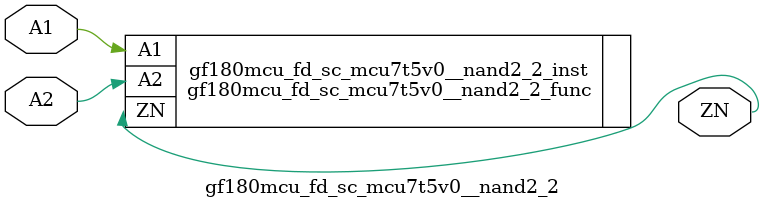
<source format=v>

module gf180mcu_fd_sc_mcu7t5v0__nand2_2( A1, A2, ZN );
input A1, A2;
output ZN;

   `ifdef FUNCTIONAL  //  functional //

	gf180mcu_fd_sc_mcu7t5v0__nand2_2_func gf180mcu_fd_sc_mcu7t5v0__nand2_2_behav_inst(.A1(A1),.A2(A2),.ZN(ZN));

   `else

	gf180mcu_fd_sc_mcu7t5v0__nand2_2_func gf180mcu_fd_sc_mcu7t5v0__nand2_2_inst(.A1(A1),.A2(A2),.ZN(ZN));

	// spec_gates_begin


	// spec_gates_end



   specify

	// specify_block_begin

	// comb arc A1 --> ZN
	 (A1 => ZN) = (1.0,1.0);

	// comb arc A2 --> ZN
	 (A2 => ZN) = (1.0,1.0);

	// specify_block_end

   endspecify

   `endif

endmodule

</source>
